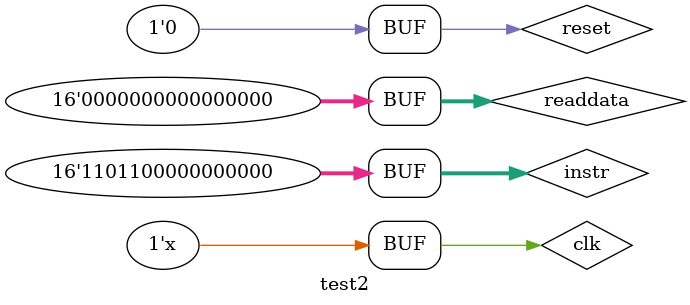
<source format=v>
`timescale 1ns / 1ps

`define HALT		5'b11011
`define IDLE		5'b00000
`define NOP			5'b00001
`define ADD			5'b10000
`define SUB			5'b00011
`define ADDC		5'b00100
`define SUBC		5'b00101
`define OR			5'b00110
`define AND			5'b00111
`define XOR			5'b01000
`define CMP			5'b01001
`define LOAD		5'b10001
`define STORE		5'b10010
`define SLL			5'b01010
`define SRL			5'b01011
`define SLA			5'b01100
`define SRA			5'b01101
`define LDIH		5'b01111
`define ADDI		5'b10011
`define SUBI		5'b01110
`define BZ			5'b10100
`define BNZ			5'b10101
`define BC			5'b10110
`define BNC			5'b10111
`define BN			5'b11000
`define BNN			5'b11001
`define JUMP		5'b00010
`define JMPR		5'b11010
//gr
//gr
`define s0 3'b000
`define s1 3'b001
`define s2 3'b010
`define s3 3'b011
`define s4 3'b100
`define s5 3'b101
`define s6 3'b110
`define s7 3'b111


module test2;

	// Inputs
	reg clk;
	reg reset;
	reg [15:0] instr;
	reg [15:0] readdata;

	// Outputs
	wire [7:0] pc;
	wire memwrite;
	wire [15:0] writedata;
	wire [15:0] aluout;

	// Instantiate the Unit Under Test (UUT)
	mips uut (
		.clk(clk), 
		.reset(reset), 
		.pc(pc), 
		.instr(instr), 
		.memwrite(memwrite), 
		.writedata(writedata), 
		.aluout(aluout), 
		.readdata(readdata)
	);
		
		
	initial begin        
		clk = 0;
		reset = 0;
		instr = 0;
		readdata = 0;
		#5
		 
		$display("pc :      instr       : controls : srca : srcb :aluout:result:  wd  :  rd  : rf1  : rf2  : rf3  : rf4  : wa3 :zf :cf :nf :jump :pcsrc:pcnext:pcnextbr");
		$monitor("%h : %b : %b : %h : %h : %h : %h : %h : %h : %h : %h : %h : %h : %b : %b : %b : %b :  %b  :  %b  :  %h  :   %h", 
			uut.pc, uut.instr, uut.c.md.controls, uut.dp.srca, uut.dp.srcb, uut.dp.aluout, uut.dp.result,
			uut.dp.writedata,uut.dp.readdata, uut.dp.rf.rf[1], uut.dp.rf.rf[2], uut.dp.rf.rf[3], uut.dp.rf.rf[4],uut.dp.rf.wa3,
			uut.dp.flag[2], uut.dp.flag[1], uut.dp.flag[0], uut.jump, uut.pcsrc, uut.dp.pcnext, uut.dp.pcnextbr);
		instr <= 0;
		#10 reset  <= 1;
		#10 reset  <= 0;		
			 instr <= {`ADDI, `s1, 8'ha};						// 00, $s1 = a
		#10 instr <= {`ADDI, `s2, 8'hb}; 					// 01, $s2 = b
		#10 instr <= {`ADDI, `s3, 8'hc};						// 02, $s3 = c
		#10 instr <= {`OR, `s5, 1'h0, `s1, 1'h0, `s0};	//	03, ±£´æ s1µÄÖµ
		#10 instr <= {`CMP, 4'h0, `s2, 1'h0, `s3};		// 04, ±È½Ï s2ºÍs3µÄÖµ
		
		// s1 = s1 + 8'hf7 + max {s2, s3}
		
		#10 instr <= {`BN, `s0, 8'h10 }; 					// 05, if  s2 - s3 < 0, Ìø×ªÖÁ pc = 10
		#10 instr <= {`ADD, `s4, 1'h0, `s3, 1'h0, `s0};	//	10, s4¸³ÖµÎª s2 s3ÖÐ×î´óÖµ£¬ÕâÀï s4 = s3
		#10 instr <= {`ADDI, `s1, 8'hf7};					// 11£¬ s1 += 8'hf7
		#10 instr <= {`NOP, 11'h0};							//	12
		#10 instr <= {`ADDC, `s1, 1'h0, `s1, 1'h0, `s4};//	13, s1 = s1 + s4
		
		#10 instr <= {`ADD, `s1, 1'h0, `s5, 1'h0, `s0};	//	14
		
		#10 instr <= {`JMPR, `s0, 8'h30};					//	15£¬ Ìø×ªÖÁ pc = 30
		#10 instr <= {`ADD, `s4, 1'h0, `s2, 1'h0, `s0};	//	30£¬ 
		#10 instr <= {`ADDI, `s1, 8'hf7};					// 31
		#10 instr <= {`NOP, 11'h0};							//	32
		#10 instr <= {`ADDC, `s1, 1'h0, `s1, 1'h0, `s4};//	33
		#10 instr <= {`NOP, 11'h0};							//	34
		
		#10 instr <= {`JMPR, `s1, 8'hff};					// 35, next pc: 16'h0c + (00)ff = 0b
		#10 instr <= {`NOP, 11'h0};							// 0b
		#10 instr <= {`JUMP, 11'h1};							// 0c, next pc: 01
		#10 instr <= {`NOP, 11'h0};							// 01
		#10 instr <= {`HALT, 11'h0};							// 02, next pc: 02
		
	end
     always #5 clk = ~clk;
endmodule

</source>
